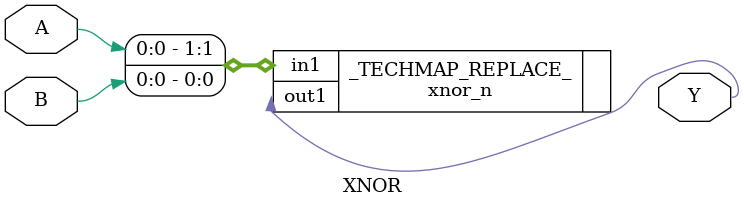
<source format=v>
module BUF (A, Y);
  
  input A;
  output Y;
  bufg #(.tphl (0), .tplh (0)) _TECHMAP_REPLACE_ (
    .in1(A),
    .out1(Y),
  );
endmodule

module TIELOM (Y);
  
  output Y;
  bufg #(.tphl (0), .tplh (0)) _TECHMAP_REPLACE_ (
    .in1(1'b0),
    .out1(Y),
  );
endmodule

module TIEHIM (Y);
  
  output Y;
  bufg #(.tphl (0), .tplh (0)) _TECHMAP_REPLACE_ (
    .in1(1'b1),
    .out1(Y),
  );
endmodule

module IBUF (I, O);
  
  input I;
  output O;
  pin #(.n (1)) _TECHMAP_REPLACE_ (
    .in1(I),
    .out1(O),
  );
endmodule

module OBUF (I, O);
  
  input I;
  output O;
  pout #(.n (1)) _TECHMAP_REPLACE_ (
    .in1(I),
    .out1(O),
  );
endmodule

module NOT (A, Y);
  
  input A;
  output Y;
  notg #(.tphl (0),.tplh (0)) _TECHMAP_REPLACE_ (
    .in1(A),
    .out1(Y),
  );
endmodule

module AND (A, B, Y);
  
  input A, B;
  output Y;
  and_n #(.n(2),.tphl (0),.tplh (0)) _TECHMAP_REPLACE_ (
    .in1({A,B}),
    .out1(Y),
  );
endmodule

module NAND (A, B, Y);
  
  input A, B;
  output Y;
  nand_n #(.n(2),.tphl (0),.tplh (0)) _TECHMAP_REPLACE_ (
    .in1({A,B}),
    .out1(Y),
  );
endmodule

module OR (A, B, Y);
  
  input A, B;
  output Y;
  or_n #(.n(2),.tphl (0),.tplh (0)) _TECHMAP_REPLACE_ (
    .in1({A,B}),
    .out1(Y),
  );
endmodule

module NOR (A, B, Y);
  
  input A, B;
  output Y;
  nor_n #(.n(2),.tphl (0),.tplh (0)) _TECHMAP_REPLACE_ (
    .in1({A,B}),
    .out1(Y),
  );
endmodule

module XOR (A, B, Y);
  
  input A, B;
  output Y;
  xor_n #(.n(2),.tphl (0),.tplh (0)) _TECHMAP_REPLACE_ (
    .in1({A,B}),
    .out1(Y),
  );
endmodule

module XNOR (A, B, Y);
  
  input A, B;
  output Y;
  xnor_n #(.n(2),.tphl (0),.tplh (0)) _TECHMAP_REPLACE_ (
    .in1({A,B}),
    .out1(Y),
  );
endmodule

</source>
